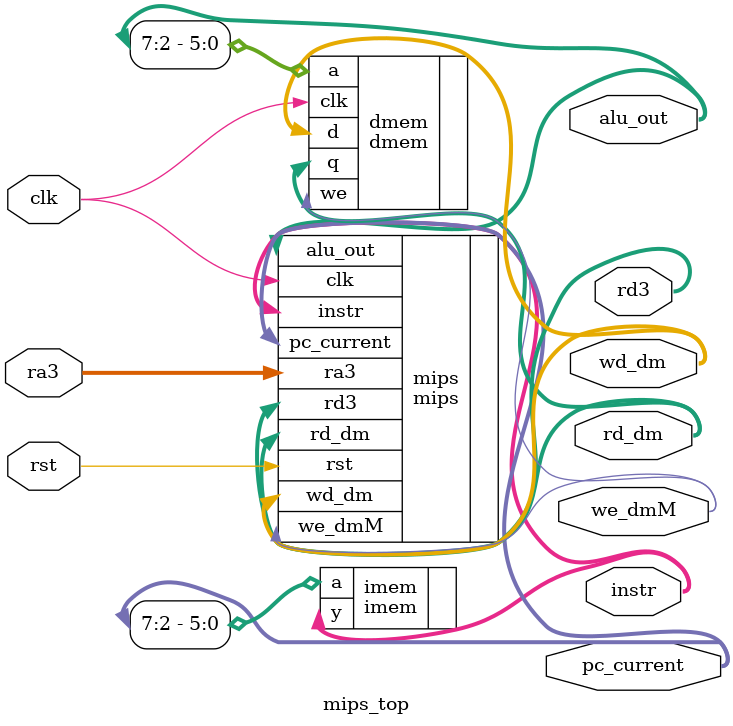
<source format=v>
module mips_top (
`ifdef SIM
         wire muldiv_enE,
         wire     muldiv_enE_qual,
         wire hilo_read_done,
         wire [31:0] instrD,
         output wire [31:0] rAT,
         output wire [31:0] rV0,
         output wire [31:0] rV1,
         output wire [31:0] rA0,
         output wire [31:0] rA1,
         output wire [31:0] rA2,

         output wire [31:0] rT0,
         output wire [31:0] rT1,
         output wire [31:0] rT2,
         output wire [31:0] rT3,
         output wire [31:0] rT4,
         output wire [31:0] rT5,
         output wire [31:0] rT6,
         output wire [31:0] rT7,

         output wire [31:0] rS0,
         output wire [31:0] rS1,
         output wire [31:0] rS2,
         output wire [31:0] rS3,
         output wire [31:0] rS4,
         output wire [31:0] rS5,
         output wire [31:0] rS6,
         output wire [31:0] rS7,

         output wire [31:0] rT8,
         output wire [31:0] rT9,

         output wire [31:0] rK0,
         output wire [31:0] rK1,

         output wire [31:0] rGP,
         output wire [31:0] rSP,
         output wire [31:0] rFP,
         output wire [31:0] rRA,

         output wire [31:0] rd1,
         output wire [2:0] a_ctrl,
         output wire [31:0] alu_pb,

         output wire [31:0] wd_rfW,

         output wire		   branchE,

         output wire		   jumpE,

         output wire		   alu_src_immE,

         output wire		   we_regE,
         output wire		   we_regM,
         output wire		   we_regW,


         output wire		   hilo_mov_opE,
         output wire		   hilo_mov_opM,
         output wire		   hilo_mov_opW,

         output wire		   hi0_lo1_selE,

         output wire		   mul0_div1_selE,
         output wire		   mul0_div1_selM,

         output wire		   dm_load_opE,

         output wire		   wr_ra_jalE,

         output wire		   jr_selE,

         output wire		   wr_ra_instrE,

         output wire		   slt_opE,

         output wire		   arith_opE,

         output wire [2:0]	   alu_ctrlE,

         output wire		   signExt0_zeroExt1E,

         output wire		   dm_load_opM,
         output wire		   dm_load_opW,

         output wire		   jal_wd_selE,
         output wire		   jal_wd_selM,
         output wire		   jal_wd_selW,

         output wire			mul0_div1_selW,

         // datapath
         output wire [31:0]		pc_plus4D,
         output wire [31:0] pc_plus4E,

         output wire        zero,
         output wire	    equalsD,

         output wire [31:0]		wd_hiloW,

         output wire [31:0]		wd_alu_dmW,

         output wire [31:0] rd1_outE,
         output wire [31:0] rd2_outE,
         output wire [31:0] sext_immE,

         output wire [4:0] rsE,
         output wire [4:0] rtE,
         output wire [4:0] rdE,
         output wire [4:0] shamtE,


         output wire [4:0] rf_waE,
         output wire [4:0] rf_waM,
         output wire [4:0] rf_waW,

         output wire [31:0] alu_outE,
         output wire [31:0] alu_outM,
         output wire [31:0] alu_outW,
         output wire [31:0] hilo_mux_outM,
         output wire [31:0] hilo_mux_outE,
         output wire [31:0] pc_plus8M,
         output wire [31:0] pc_plus8W,

         output wire [31:0] rd_dmW,
         output wire [31:0] hilo_mux_outW,

         output wire [31:0] pc_plus8E,
`endif
         input  wire        clk,
         input  wire        rst,
         input  wire [4:0]  ra3,
         output wire        we_dmM,
         output wire [31:0] pc_current,
         output wire [31:0] instr,
         output wire [31:0] alu_out,
         output wire [31:0] wd_dm,
         output wire [31:0] rd_dm,
         output wire [31:0] rd3
       );

// wire [31:0] DONT_USE;

mips mips (
`ifdef SIM
       .muldiv_enE                  (muldiv_enE),
       .muldiv_enE_qual             (muldiv_enE_qual),
       .hilo_read_done              (hilo_read_done),
       .rd1(rd1),
       .a_ctrl (a_ctrl),
       .alu_pb (alu_pb),
       .wd_rfW                      (wd_rfW),
       .branchE                     (branchE),
       .jumpE                       (jumpE),
       .alu_src_immE                (alu_src_immE),
       .we_regE                     (we_regE),
       .we_regM                     (we_regM),
       .we_regW                     (we_regW),
       .hilo_mov_opE                (hilo_mov_opE),
       .hilo_mov_opM                (hilo_mov_opM),
       .hilo_mov_opW                (hilo_mov_opW),
       .hi0_lo1_selE                (hi0_lo1_selE),
       .mul0_div1_selE              (mul0_div1_selE),
       .mul0_div1_selM              (mul0_div1_selM),
       .dm_load_opE                 (dm_load_opE),
       .wr_ra_jalE                  (wr_ra_jalE),
       .jr_selE                     (jr_selE),
       .wr_ra_instrE                (wr_ra_instrE),
       .slt_opE                     (slt_opE),
       .arith_opE                   (arith_opE),
       .alu_ctrlE                   (alu_ctrlE),
       .signExt0_zeroExt1E          (signExt0_zeroExt1E),
       .dm_load_opM                 (dm_load_opM),
       .dm_load_opW                 (dm_load_opW),
       .jal_wd_selE                 (jal_wd_selE),
       .jal_wd_selM                 (jal_wd_selM),
       .jal_wd_selW                 (jal_wd_selW),
       .mul0_div1_selW              (mul0_div1_selW),
       .pc_plus4D                   (pc_plus4D),
       .pc_plus4E                   (pc_plus4E),
       .zero                        (zero),
       .equalsD                     (equalsD),
       .wd_hiloW                    (wd_hiloW),
       .wd_alu_dmW                  (wd_alu_dmW),
       .rd1_outE                    (rd1_outE),
       .rd2_outE                    (rd2_outE),
       .sext_immE                   (sext_immE),
       .rsE                         (rsE),
       .rtE                         (rtE),
       .rdE                         (rdE),
       .shamtE                      (shamtE),
       .rf_waE                      (rf_waE),
       .rf_waM                      (rf_waM),
       .rf_waW                      (rf_waW),
       .alu_outE                    (alu_outE),
       .alu_outM                    (alu_outM),
       .alu_outW                    (alu_outW),
       .hilo_mux_outM               (hilo_mux_outM),
       .hilo_mux_outE               (hilo_mux_outE),
       .pc_plus8M                   (pc_plus8M),
       .pc_plus8W                   (pc_plus8W),
       .rd_dmW                      (rd_dmW),
       .hilo_mux_outW               (hilo_mux_outW),
       .pc_plus8E                   (pc_plus8E),
       .instrD                 (instrD),

       .rAT          (rAT),
       .rV0          (rV0),
       .rV1          (rV1),
       .rA0          (rA0),
       .rA1          (rA1),
       .rA2          (rA2),
       .rT0          (rT0),
       .rT1          (rT1),
       .rT2          (rT2),
       .rT3          (rT3),
       .rT4          (rT4),
       .rT5          (rT5),
       .rT6          (rT6),
       .rT7          (rT7),
       .rS0          (rS0),
       .rS1          (rS1),
       .rS2          (rS2),
       .rS3          (rS3),
       .rS4          (rS4),
       .rS5          (rS5),
       .rS6          (rS6),
       .rS7          (rS7),
       .rT8          (rT8),
       .rT9          (rT9),
       .rK0          (rK0),
       .rK1          (rK1),
       .rGP          (rGP),
       .rSP          (rSP),
       .rFP          (rFP),
       .rRA          (rRA),
`endif
       .clk            (clk),
       .rst            (rst),
       .ra3            (ra3),
       .instr          (instr),
       .rd_dm          (rd_dm),
       .we_dmM          (we_dmM),
       .pc_current     (pc_current),
       .alu_out        (alu_out),
       .wd_dm          (wd_dm),
       .rd3            (rd3)
     );

imem imem (
       .a              (pc_current[7:2]),
       .y              (instr)
     );

dmem dmem (
       .clk            (clk),
       .we             (we_dmM),
       .a              (alu_out[7:2]),
       .d              (wd_dm),
       .q              (rd_dm)
     );

endmodule

</source>
